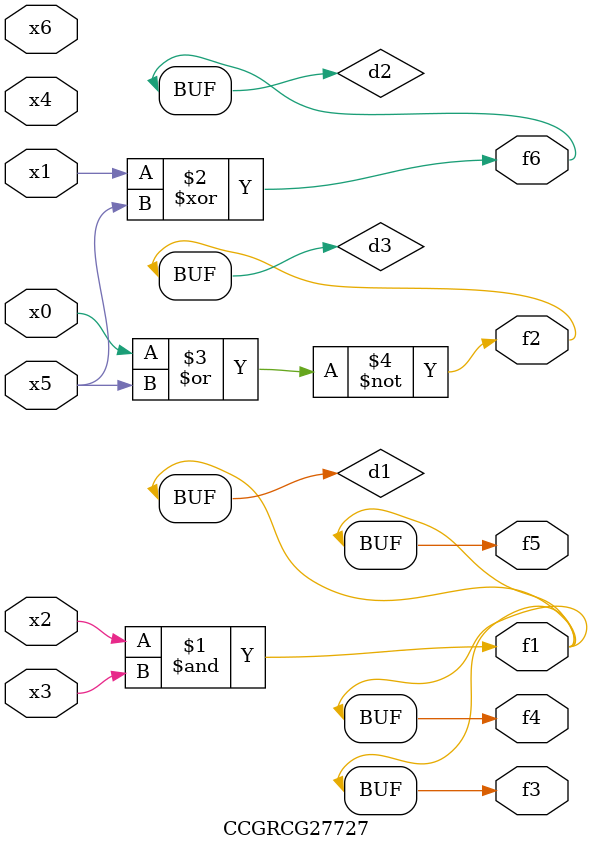
<source format=v>
module CCGRCG27727(
	input x0, x1, x2, x3, x4, x5, x6,
	output f1, f2, f3, f4, f5, f6
);

	wire d1, d2, d3;

	and (d1, x2, x3);
	xor (d2, x1, x5);
	nor (d3, x0, x5);
	assign f1 = d1;
	assign f2 = d3;
	assign f3 = d1;
	assign f4 = d1;
	assign f5 = d1;
	assign f6 = d2;
endmodule

</source>
